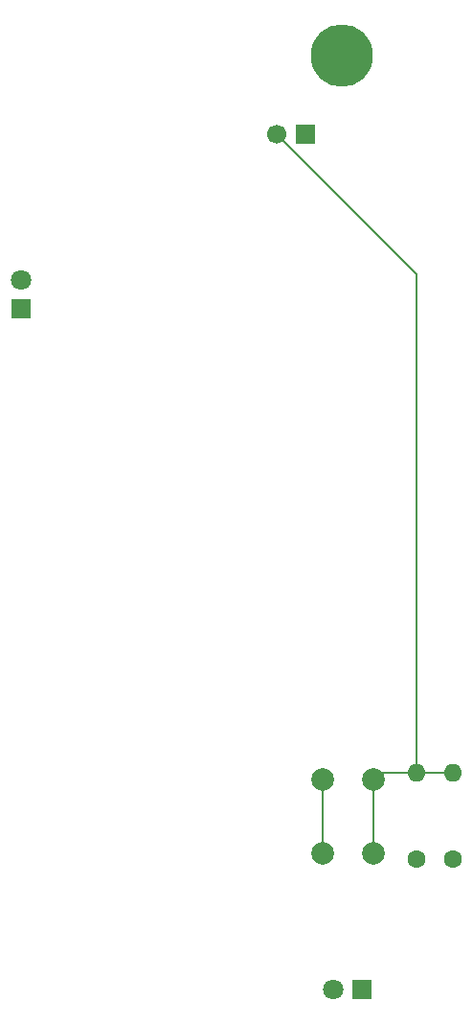
<source format=gbr>
%TF.GenerationSoftware,KiCad,Pcbnew,9.0.1*%
%TF.CreationDate,2025-04-25T03:06:48-06:00*%
%TF.ProjectId,Now were talkin,4e6f7720-7765-4726-9520-74616c6b696e,rev?*%
%TF.SameCoordinates,Original*%
%TF.FileFunction,Copper,L1,Top*%
%TF.FilePolarity,Positive*%
%FSLAX46Y46*%
G04 Gerber Fmt 4.6, Leading zero omitted, Abs format (unit mm)*
G04 Created by KiCad (PCBNEW 9.0.1) date 2025-04-25 03:06:48*
%MOMM*%
%LPD*%
G01*
G04 APERTURE LIST*
%TA.AperFunction,ComponentPad*%
%ADD10R,1.800000X1.800000*%
%TD*%
%TA.AperFunction,ComponentPad*%
%ADD11C,1.800000*%
%TD*%
%TA.AperFunction,ComponentPad*%
%ADD12R,1.700000X1.700000*%
%TD*%
%TA.AperFunction,ComponentPad*%
%ADD13C,1.700000*%
%TD*%
%TA.AperFunction,ComponentPad*%
%ADD14C,2.000000*%
%TD*%
%TA.AperFunction,ComponentPad*%
%ADD15C,1.600000*%
%TD*%
%TA.AperFunction,ComponentPad*%
%ADD16O,1.600000X1.600000*%
%TD*%
%TA.AperFunction,ViaPad*%
%ADD17C,5.500000*%
%TD*%
%TA.AperFunction,Conductor*%
%ADD18C,0.200000*%
%TD*%
G04 APERTURE END LIST*
D10*
%TO.P,D3,1,K*%
%TO.N,Net-(D3-K)*%
X140924867Y-108110290D03*
D11*
%TO.P,D3,2,A*%
%TO.N,Net-(BT2-+)*%
X140924867Y-105570290D03*
%TD*%
D10*
%TO.P,D4,1,K*%
%TO.N,Net-(D4-K)*%
X171072711Y-168218134D03*
D11*
%TO.P,D4,2,A*%
%TO.N,Net-(BT2-+)*%
X168532711Y-168218134D03*
%TD*%
D12*
%TO.P,M2,1,+*%
%TO.N,Net-(BT2-+)*%
X166072711Y-92718134D03*
D13*
%TO.P,M2,2,-*%
%TO.N,Net-(M2--)*%
X163532711Y-92718134D03*
%TD*%
D14*
%TO.P,SW2,1,1*%
%TO.N,Net-(M2--)*%
X172072711Y-156218134D03*
X172072711Y-149718134D03*
%TO.P,SW2,2,2*%
%TO.N,Net-(BT2--)*%
X167572711Y-156218134D03*
X167572711Y-149718134D03*
%TD*%
D15*
%TO.P,R5,1*%
%TO.N,Net-(D4-K)*%
X175887555Y-156698990D03*
D16*
%TO.P,R5,2*%
%TO.N,Net-(M2--)*%
X175887555Y-149078990D03*
%TD*%
D15*
%TO.P,R4,1*%
%TO.N,Net-(D3-K)*%
X179072711Y-156718134D03*
D16*
%TO.P,R4,2*%
%TO.N,Net-(M2--)*%
X179072711Y-149098134D03*
%TD*%
D17*
%TO.N,*%
X169274652Y-85718134D03*
%TD*%
D18*
%TO.N,Net-(BT2--)*%
X167572711Y-156218134D02*
X167572711Y-149718134D01*
%TO.N,Net-(M2--)*%
X179072711Y-149098134D02*
X175906699Y-149098134D01*
X163532711Y-92718134D02*
X175887555Y-105072978D01*
X172711855Y-149078990D02*
X172072711Y-149718134D01*
X175887555Y-105072978D02*
X175887555Y-149078990D01*
X175906699Y-149098134D02*
X175887555Y-149078990D01*
X172072711Y-149718134D02*
X172072711Y-156218134D01*
X175887555Y-149078990D02*
X172711855Y-149078990D01*
%TD*%
M02*

</source>
